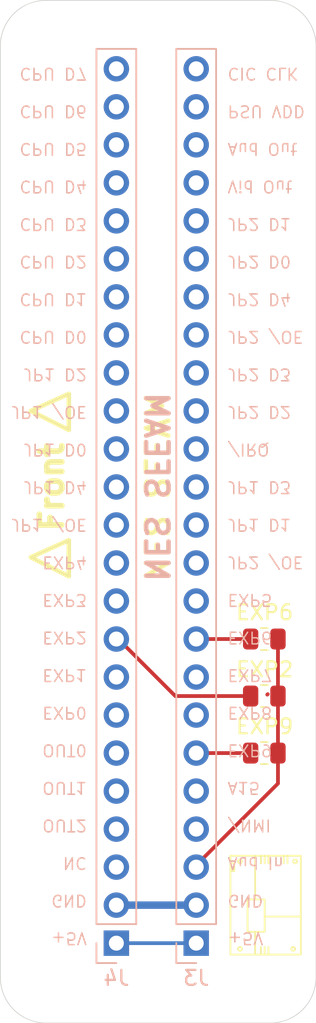
<source format=kicad_pcb>
(kicad_pcb (version 20171130) (host pcbnew "(5.1.10)-1")

  (general
    (thickness 1.6)
    (drawings 48)
    (tracks 11)
    (zones 0)
    (modules 5)
    (nets 7)
  )

  (page A4)
  (layers
    (0 F.Cu mixed)
    (31 B.Cu mixed)
    (32 B.Adhes user)
    (33 F.Adhes user)
    (34 B.Paste user)
    (35 F.Paste user)
    (36 B.SilkS user)
    (37 F.SilkS user)
    (38 B.Mask user)
    (39 F.Mask user)
    (40 Dwgs.User user)
    (41 Cmts.User user)
    (42 Eco1.User user)
    (43 Eco2.User user)
    (44 Edge.Cuts user)
    (45 Margin user)
    (46 B.CrtYd user)
    (47 F.CrtYd user)
    (48 B.Fab user)
    (49 F.Fab user)
  )

  (setup
    (last_trace_width 0.25)
    (trace_clearance 0.2)
    (zone_clearance 0.508)
    (zone_45_only no)
    (trace_min 0.25)
    (via_size 0.8)
    (via_drill 0.4)
    (via_min_size 0.45)
    (via_min_drill 0.2)
    (uvia_size 0.3)
    (uvia_drill 0.1)
    (uvias_allowed no)
    (uvia_min_size 0.2)
    (uvia_min_drill 0.1)
    (edge_width 0.05)
    (segment_width 0.2)
    (pcb_text_width 0.3)
    (pcb_text_size 1.5 1.5)
    (mod_edge_width 0.12)
    (mod_text_size 1 1)
    (mod_text_width 0.15)
    (pad_size 2 1.5)
    (pad_drill 0)
    (pad_to_mask_clearance 0)
    (aux_axis_origin 0 0)
    (visible_elements 7FFFEFFF)
    (pcbplotparams
      (layerselection 0x010fc_ffffffff)
      (usegerberextensions false)
      (usegerberattributes true)
      (usegerberadvancedattributes true)
      (creategerberjobfile true)
      (excludeedgelayer true)
      (linewidth 0.100000)
      (plotframeref false)
      (viasonmask false)
      (mode 1)
      (useauxorigin false)
      (hpglpennumber 1)
      (hpglpenspeed 20)
      (hpglpendiameter 15.000000)
      (psnegative false)
      (psa4output false)
      (plotreference true)
      (plotvalue true)
      (plotinvisibletext false)
      (padsonsilk false)
      (subtractmaskfromsilk false)
      (outputformat 1)
      (mirror false)
      (drillshape 0)
      (scaleselection 1)
      (outputdirectory "gerber/"))
  )

  (net 0 "")
  (net 1 GND)
  (net 2 "Net-(J3-Pad9)")
  (net 3 "Net-(J3-Pad6)")
  (net 4 "Net-(J4-Pad9)")
  (net 5 AudIn)
  (net 6 "Net-(J3-Pad1)")

  (net_class Default "This is the default net class."
    (clearance 0.2)
    (trace_width 0.25)
    (via_dia 0.8)
    (via_drill 0.4)
    (uvia_dia 0.3)
    (uvia_drill 0.1)
    (diff_pair_width 0.5)
    (diff_pair_gap 0.25)
    (add_net A1)
    (add_net A13)
    (add_net A14)
    (add_net Aud)
    (add_net AudIn)
    (add_net D0)
    (add_net D1)
    (add_net D2)
    (add_net D3)
    (add_net D4)
    (add_net D5)
    (add_net D6)
    (add_net D7)
    (add_net IRQ)
    (add_net Joy1_D0)
    (add_net Joy1_OE)
    (add_net Joy2_D0)
    (add_net Joy2_OE)
    (add_net NMI)
    (add_net "Net-(J3-Pad1)")
    (add_net "Net-(J3-Pad10)")
    (add_net "Net-(J3-Pad12)")
    (add_net "Net-(J3-Pad13)")
    (add_net "Net-(J3-Pad15)")
    (add_net "Net-(J3-Pad16)")
    (add_net "Net-(J3-Pad17)")
    (add_net "Net-(J3-Pad18)")
    (add_net "Net-(J3-Pad20)")
    (add_net "Net-(J3-Pad21)")
    (add_net "Net-(J3-Pad23)")
    (add_net "Net-(J3-Pad24)")
    (add_net "Net-(J3-Pad5)")
    (add_net "Net-(J3-Pad6)")
    (add_net "Net-(J3-Pad9)")
    (add_net "Net-(J4-Pad13)")
    (add_net "Net-(J4-Pad15)")
    (add_net "Net-(J4-Pad16)")
    (add_net "Net-(J4-Pad3)")
    (add_net "Net-(J4-Pad7)")
    (add_net "Net-(J4-Pad9)")
    (add_net OUT0)
    (add_net OUT1)
    (add_net OUT2)
    (add_net R-W)
    (add_net ROMSEL)
  )

  (net_class Power ""
    (clearance 0.2)
    (trace_width 0.5)
    (via_dia 0.8)
    (via_drill 0.4)
    (uvia_dia 0.3)
    (uvia_drill 0.1)
    (diff_pair_width 0.5)
    (diff_pair_gap 0.25)
    (add_net GND)
  )

  (module Resistor_SMD:R_0805_2012Metric (layer F.Cu) (tedit 5F68FEEE) (tstamp 60951ACA)
    (at 113.5145 92.456)
    (descr "Resistor SMD 0805 (2012 Metric), square (rectangular) end terminal, IPC_7351 nominal, (Body size source: IPC-SM-782 page 72, https://www.pcb-3d.com/wordpress/wp-content/uploads/ipc-sm-782a_amendment_1_and_2.pdf), generated with kicad-footprint-generator")
    (tags resistor)
    (path /6097469C)
    (attr smd)
    (fp_text reference R2 (at 0 -1.65) (layer F.Fab)
      (effects (font (size 1 1) (thickness 0.15)))
    )
    (fp_text value 47k (at 0 1.65) (layer F.Fab)
      (effects (font (size 1 1) (thickness 0.15)))
    )
    (fp_line (start -1 0.625) (end -1 -0.625) (layer F.Fab) (width 0.1))
    (fp_line (start -1 -0.625) (end 1 -0.625) (layer F.Fab) (width 0.1))
    (fp_line (start 1 -0.625) (end 1 0.625) (layer F.Fab) (width 0.1))
    (fp_line (start 1 0.625) (end -1 0.625) (layer F.Fab) (width 0.1))
    (fp_line (start -0.227064 -0.735) (end 0.227064 -0.735) (layer F.SilkS) (width 0.12))
    (fp_line (start -0.227064 0.735) (end 0.227064 0.735) (layer F.SilkS) (width 0.12))
    (fp_line (start -1.68 0.95) (end -1.68 -0.95) (layer F.CrtYd) (width 0.05))
    (fp_line (start -1.68 -0.95) (end 1.68 -0.95) (layer F.CrtYd) (width 0.05))
    (fp_line (start 1.68 -0.95) (end 1.68 0.95) (layer F.CrtYd) (width 0.05))
    (fp_line (start 1.68 0.95) (end -1.68 0.95) (layer F.CrtYd) (width 0.05))
    (fp_text user %R (at 0 0) (layer F.Fab)
      (effects (font (size 0.5 0.5) (thickness 0.08)))
    )
    (pad 2 smd roundrect (at 0.9125 0) (size 1.025 1.4) (layers F.Cu F.Paste F.Mask) (roundrect_rratio 0.2439004878048781)
      (net 5 AudIn))
    (pad 1 smd roundrect (at -0.9125 0) (size 1.025 1.4) (layers F.Cu F.Paste F.Mask) (roundrect_rratio 0.2439004878048781)
      (net 4 "Net-(J4-Pad9)"))
    (model ${KISYS3DMOD}/Resistor_SMD.3dshapes/R_0805_2012Metric.wrl
      (at (xyz 0 0 0))
      (scale (xyz 1 1 1))
      (rotate (xyz 0 0 0))
    )
  )

  (module Resistor_SMD:R_0805_2012Metric (layer F.Cu) (tedit 5F68FEEE) (tstamp 60A9598C)
    (at 113.5145 96.266)
    (descr "Resistor SMD 0805 (2012 Metric), square (rectangular) end terminal, IPC_7351 nominal, (Body size source: IPC-SM-782 page 72, https://www.pcb-3d.com/wordpress/wp-content/uploads/ipc-sm-782a_amendment_1_and_2.pdf), generated with kicad-footprint-generator")
    (tags resistor)
    (path /6097489A)
    (attr smd)
    (fp_text reference R3 (at 0 -1.65) (layer F.Fab)
      (effects (font (size 1 1) (thickness 0.15)))
    )
    (fp_text value 47k (at 0 1.65) (layer F.Fab)
      (effects (font (size 1 1) (thickness 0.15)))
    )
    (fp_line (start -1 0.625) (end -1 -0.625) (layer F.Fab) (width 0.1))
    (fp_line (start -1 -0.625) (end 1 -0.625) (layer F.Fab) (width 0.1))
    (fp_line (start 1 -0.625) (end 1 0.625) (layer F.Fab) (width 0.1))
    (fp_line (start 1 0.625) (end -1 0.625) (layer F.Fab) (width 0.1))
    (fp_line (start -0.227064 -0.735) (end 0.227064 -0.735) (layer F.SilkS) (width 0.12))
    (fp_line (start -0.227064 0.735) (end 0.227064 0.735) (layer F.SilkS) (width 0.12))
    (fp_line (start -1.68 0.95) (end -1.68 -0.95) (layer F.CrtYd) (width 0.05))
    (fp_line (start -1.68 -0.95) (end 1.68 -0.95) (layer F.CrtYd) (width 0.05))
    (fp_line (start 1.68 -0.95) (end 1.68 0.95) (layer F.CrtYd) (width 0.05))
    (fp_line (start 1.68 0.95) (end -1.68 0.95) (layer F.CrtYd) (width 0.05))
    (fp_text user %R (at 0 0) (layer F.Fab)
      (effects (font (size 0.5 0.5) (thickness 0.08)))
    )
    (pad 2 smd roundrect (at 0.9125 0) (size 1.025 1.4) (layers F.Cu F.Paste F.Mask) (roundrect_rratio 0.2439004878048781)
      (net 5 AudIn))
    (pad 1 smd roundrect (at -0.9125 0) (size 1.025 1.4) (layers F.Cu F.Paste F.Mask) (roundrect_rratio 0.2439004878048781)
      (net 3 "Net-(J3-Pad6)"))
    (model ${KISYS3DMOD}/Resistor_SMD.3dshapes/R_0805_2012Metric.wrl
      (at (xyz 0 0 0))
      (scale (xyz 1 1 1))
      (rotate (xyz 0 0 0))
    )
  )

  (module Resistor_SMD:R_0805_2012Metric (layer F.Cu) (tedit 5F68FEEE) (tstamp 60244C4F)
    (at 113.5145 88.646)
    (descr "Resistor SMD 0805 (2012 Metric), square (rectangular) end terminal, IPC_7351 nominal, (Body size source: IPC-SM-782 page 72, https://www.pcb-3d.com/wordpress/wp-content/uploads/ipc-sm-782a_amendment_1_and_2.pdf), generated with kicad-footprint-generator")
    (tags resistor)
    (path /6028FC4B)
    (attr smd)
    (fp_text reference R1 (at -0.0235 -1.65) (layer F.Fab)
      (effects (font (size 1 1) (thickness 0.15)))
    )
    (fp_text value 47k (at 0 1.65) (layer F.Fab)
      (effects (font (size 1 1) (thickness 0.15)))
    )
    (fp_line (start -1 0.625) (end -1 -0.625) (layer F.Fab) (width 0.1))
    (fp_line (start -1 -0.625) (end 1 -0.625) (layer F.Fab) (width 0.1))
    (fp_line (start 1 -0.625) (end 1 0.625) (layer F.Fab) (width 0.1))
    (fp_line (start 1 0.625) (end -1 0.625) (layer F.Fab) (width 0.1))
    (fp_line (start -0.227064 -0.735) (end 0.227064 -0.735) (layer F.SilkS) (width 0.12))
    (fp_line (start -0.227064 0.735) (end 0.227064 0.735) (layer F.SilkS) (width 0.12))
    (fp_line (start -1.68 0.95) (end -1.68 -0.95) (layer F.CrtYd) (width 0.05))
    (fp_line (start -1.68 -0.95) (end 1.68 -0.95) (layer F.CrtYd) (width 0.05))
    (fp_line (start 1.68 -0.95) (end 1.68 0.95) (layer F.CrtYd) (width 0.05))
    (fp_line (start 1.68 0.95) (end -1.68 0.95) (layer F.CrtYd) (width 0.05))
    (fp_text user %R (at 0 0) (layer F.Fab)
      (effects (font (size 0.5 0.5) (thickness 0.08)))
    )
    (pad 2 smd roundrect (at 0.9125 0) (size 1.025 1.4) (layers F.Cu F.Paste F.Mask) (roundrect_rratio 0.2439004878048781)
      (net 5 AudIn))
    (pad 1 smd roundrect (at -0.9125 0) (size 1.025 1.4) (layers F.Cu F.Paste F.Mask) (roundrect_rratio 0.2439004878048781)
      (net 2 "Net-(J3-Pad9)"))
    (model ${KISYS3DMOD}/Resistor_SMD.3dshapes/R_0805_2012Metric.wrl
      (at (xyz 0 0 0))
      (scale (xyz 1 1 1))
      (rotate (xyz 0 0 0))
    )
  )

  (module Connector_PinHeader_2.54mm:PinHeader_1x24_P2.54mm_Vertical (layer B.Cu) (tedit 59FED5CC) (tstamp 60B62003)
    (at 108.966 108.966)
    (descr "Through hole straight pin header, 1x24, 2.54mm pitch, single row")
    (tags "Through hole pin header THT 1x24 2.54mm single row")
    (path /5F50CD86)
    (fp_text reference J3 (at 0 2.33) (layer B.SilkS)
      (effects (font (size 1 1) (thickness 0.15)) (justify mirror))
    )
    (fp_text value "EXP 1-24" (at 0 -60.75) (layer B.Fab)
      (effects (font (size 1 1) (thickness 0.15)) (justify mirror))
    )
    (fp_line (start 1.8 1.8) (end -1.8 1.8) (layer B.CrtYd) (width 0.05))
    (fp_line (start 1.8 -60.2) (end 1.8 1.8) (layer B.CrtYd) (width 0.05))
    (fp_line (start -1.8 -60.2) (end 1.8 -60.2) (layer B.CrtYd) (width 0.05))
    (fp_line (start -1.8 1.8) (end -1.8 -60.2) (layer B.CrtYd) (width 0.05))
    (fp_line (start -1.33 1.33) (end 0 1.33) (layer B.SilkS) (width 0.12))
    (fp_line (start -1.33 0) (end -1.33 1.33) (layer B.SilkS) (width 0.12))
    (fp_line (start -1.33 -1.27) (end 1.33 -1.27) (layer B.SilkS) (width 0.12))
    (fp_line (start 1.33 -1.27) (end 1.33 -59.75) (layer B.SilkS) (width 0.12))
    (fp_line (start -1.33 -1.27) (end -1.33 -59.75) (layer B.SilkS) (width 0.12))
    (fp_line (start -1.33 -59.75) (end 1.33 -59.75) (layer B.SilkS) (width 0.12))
    (fp_line (start -1.27 0.635) (end -0.635 1.27) (layer B.Fab) (width 0.1))
    (fp_line (start -1.27 -59.69) (end -1.27 0.635) (layer B.Fab) (width 0.1))
    (fp_line (start 1.27 -59.69) (end -1.27 -59.69) (layer B.Fab) (width 0.1))
    (fp_line (start 1.27 1.27) (end 1.27 -59.69) (layer B.Fab) (width 0.1))
    (fp_line (start -0.635 1.27) (end 1.27 1.27) (layer B.Fab) (width 0.1))
    (fp_text user %R (at 0 -29.21 270) (layer B.Fab)
      (effects (font (size 1 1) (thickness 0.15)) (justify mirror))
    )
    (pad 24 thru_hole oval (at 0 -58.42) (size 1.7 1.7) (drill 1) (layers *.Cu *.Mask))
    (pad 23 thru_hole oval (at 0 -55.88) (size 1.7 1.7) (drill 1) (layers *.Cu *.Mask))
    (pad 22 thru_hole oval (at 0 -53.34) (size 1.7 1.7) (drill 1) (layers *.Cu *.Mask))
    (pad 21 thru_hole oval (at 0 -50.8) (size 1.7 1.7) (drill 1) (layers *.Cu *.Mask))
    (pad 20 thru_hole oval (at 0 -48.26) (size 1.7 1.7) (drill 1) (layers *.Cu *.Mask))
    (pad 19 thru_hole oval (at 0 -45.72) (size 1.7 1.7) (drill 1) (layers *.Cu *.Mask))
    (pad 18 thru_hole oval (at 0 -43.18) (size 1.7 1.7) (drill 1) (layers *.Cu *.Mask))
    (pad 17 thru_hole oval (at 0 -40.64) (size 1.7 1.7) (drill 1) (layers *.Cu *.Mask))
    (pad 16 thru_hole oval (at 0 -38.1) (size 1.7 1.7) (drill 1) (layers *.Cu *.Mask))
    (pad 15 thru_hole oval (at 0 -35.56) (size 1.7 1.7) (drill 1) (layers *.Cu *.Mask))
    (pad 14 thru_hole oval (at 0 -33.02) (size 1.7 1.7) (drill 1) (layers *.Cu *.Mask))
    (pad 13 thru_hole oval (at 0 -30.48) (size 1.7 1.7) (drill 1) (layers *.Cu *.Mask))
    (pad 12 thru_hole oval (at 0 -27.94) (size 1.7 1.7) (drill 1) (layers *.Cu *.Mask))
    (pad 11 thru_hole oval (at 0 -25.4) (size 1.7 1.7) (drill 1) (layers *.Cu *.Mask))
    (pad 10 thru_hole oval (at 0 -22.86) (size 1.7 1.7) (drill 1) (layers *.Cu *.Mask))
    (pad 9 thru_hole oval (at 0 -20.32) (size 1.7 1.7) (drill 1) (layers *.Cu *.Mask)
      (net 2 "Net-(J3-Pad9)"))
    (pad 8 thru_hole oval (at 0 -17.78) (size 1.7 1.7) (drill 1) (layers *.Cu *.Mask))
    (pad 7 thru_hole oval (at 0 -15.24) (size 1.7 1.7) (drill 1) (layers *.Cu *.Mask))
    (pad 6 thru_hole oval (at 0 -12.7) (size 1.7 1.7) (drill 1) (layers *.Cu *.Mask)
      (net 3 "Net-(J3-Pad6)"))
    (pad 5 thru_hole oval (at 0 -10.16) (size 1.7 1.7) (drill 1) (layers *.Cu *.Mask))
    (pad 4 thru_hole oval (at 0 -7.62) (size 1.7 1.7) (drill 1) (layers *.Cu *.Mask))
    (pad 3 thru_hole oval (at 0 -5.08) (size 1.7 1.7) (drill 1) (layers *.Cu *.Mask)
      (net 5 AudIn))
    (pad 2 thru_hole oval (at 0 -2.54) (size 1.7 1.7) (drill 1) (layers *.Cu *.Mask)
      (net 1 GND))
    (pad 1 thru_hole rect (at 0 0) (size 1.7 1.7) (drill 1) (layers *.Cu *.Mask)
      (net 6 "Net-(J3-Pad1)"))
    (model ${KISYS3DMOD}/Connector_PinHeader_2.54mm.3dshapes/PinHeader_1x24_P2.54mm_Vertical.wrl
      (at (xyz 0 0 0))
      (scale (xyz 1 1 1))
      (rotate (xyz 0 0 0))
    )
  )

  (module Connector_PinHeader_2.54mm:PinHeader_1x24_P2.54mm_Vertical (layer B.Cu) (tedit 59FED5CC) (tstamp 6094D740)
    (at 103.632 108.966)
    (descr "Through hole straight pin header, 1x24, 2.54mm pitch, single row")
    (tags "Through hole pin header THT 1x24 2.54mm single row")
    (path /5F2B3A3B)
    (fp_text reference J4 (at 0 2.33) (layer B.SilkS)
      (effects (font (size 1 1) (thickness 0.15)) (justify mirror))
    )
    (fp_text value "EXP 25-48" (at 0 -60.75) (layer B.Fab)
      (effects (font (size 1 1) (thickness 0.15)) (justify mirror))
    )
    (fp_line (start 1.8 1.8) (end -1.8 1.8) (layer B.CrtYd) (width 0.05))
    (fp_line (start 1.8 -60.2) (end 1.8 1.8) (layer B.CrtYd) (width 0.05))
    (fp_line (start -1.8 -60.2) (end 1.8 -60.2) (layer B.CrtYd) (width 0.05))
    (fp_line (start -1.8 1.8) (end -1.8 -60.2) (layer B.CrtYd) (width 0.05))
    (fp_line (start -1.33 1.33) (end 0 1.33) (layer B.SilkS) (width 0.12))
    (fp_line (start -1.33 0) (end -1.33 1.33) (layer B.SilkS) (width 0.12))
    (fp_line (start -1.33 -1.27) (end 1.33 -1.27) (layer B.SilkS) (width 0.12))
    (fp_line (start 1.33 -1.27) (end 1.33 -59.75) (layer B.SilkS) (width 0.12))
    (fp_line (start -1.33 -1.27) (end -1.33 -59.75) (layer B.SilkS) (width 0.12))
    (fp_line (start -1.33 -59.75) (end 1.33 -59.75) (layer B.SilkS) (width 0.12))
    (fp_line (start -1.27 0.635) (end -0.635 1.27) (layer B.Fab) (width 0.1))
    (fp_line (start -1.27 -59.69) (end -1.27 0.635) (layer B.Fab) (width 0.1))
    (fp_line (start 1.27 -59.69) (end -1.27 -59.69) (layer B.Fab) (width 0.1))
    (fp_line (start 1.27 1.27) (end 1.27 -59.69) (layer B.Fab) (width 0.1))
    (fp_line (start -0.635 1.27) (end 1.27 1.27) (layer B.Fab) (width 0.1))
    (fp_text user %R (at 0 -29.21 270) (layer B.Fab)
      (effects (font (size 1 1) (thickness 0.15)) (justify mirror))
    )
    (pad 24 thru_hole oval (at 0 -58.42) (size 1.7 1.7) (drill 1) (layers *.Cu *.Mask))
    (pad 23 thru_hole oval (at 0 -55.88) (size 1.7 1.7) (drill 1) (layers *.Cu *.Mask))
    (pad 22 thru_hole oval (at 0 -53.34) (size 1.7 1.7) (drill 1) (layers *.Cu *.Mask))
    (pad 21 thru_hole oval (at 0 -50.8) (size 1.7 1.7) (drill 1) (layers *.Cu *.Mask))
    (pad 20 thru_hole oval (at 0 -48.26) (size 1.7 1.7) (drill 1) (layers *.Cu *.Mask))
    (pad 19 thru_hole oval (at 0 -45.72) (size 1.7 1.7) (drill 1) (layers *.Cu *.Mask))
    (pad 18 thru_hole oval (at 0 -43.18) (size 1.7 1.7) (drill 1) (layers *.Cu *.Mask))
    (pad 17 thru_hole oval (at 0 -40.64) (size 1.7 1.7) (drill 1) (layers *.Cu *.Mask))
    (pad 16 thru_hole oval (at 0 -38.1) (size 1.7 1.7) (drill 1) (layers *.Cu *.Mask))
    (pad 15 thru_hole oval (at 0 -35.56) (size 1.7 1.7) (drill 1) (layers *.Cu *.Mask))
    (pad 14 thru_hole oval (at 0 -33.02) (size 1.7 1.7) (drill 1) (layers *.Cu *.Mask))
    (pad 13 thru_hole oval (at 0 -30.48) (size 1.7 1.7) (drill 1) (layers *.Cu *.Mask))
    (pad 12 thru_hole oval (at 0 -27.94) (size 1.7 1.7) (drill 1) (layers *.Cu *.Mask))
    (pad 11 thru_hole oval (at 0 -25.4) (size 1.7 1.7) (drill 1) (layers *.Cu *.Mask))
    (pad 10 thru_hole oval (at 0 -22.86) (size 1.7 1.7) (drill 1) (layers *.Cu *.Mask))
    (pad 9 thru_hole oval (at 0 -20.32) (size 1.7 1.7) (drill 1) (layers *.Cu *.Mask)
      (net 4 "Net-(J4-Pad9)"))
    (pad 8 thru_hole oval (at 0 -17.78) (size 1.7 1.7) (drill 1) (layers *.Cu *.Mask))
    (pad 7 thru_hole oval (at 0 -15.24) (size 1.7 1.7) (drill 1) (layers *.Cu *.Mask))
    (pad 6 thru_hole oval (at 0 -12.7) (size 1.7 1.7) (drill 1) (layers *.Cu *.Mask))
    (pad 5 thru_hole oval (at 0 -10.16) (size 1.7 1.7) (drill 1) (layers *.Cu *.Mask))
    (pad 4 thru_hole oval (at 0 -7.62) (size 1.7 1.7) (drill 1) (layers *.Cu *.Mask))
    (pad 3 thru_hole oval (at 0 -5.08) (size 1.7 1.7) (drill 1) (layers *.Cu *.Mask))
    (pad 2 thru_hole oval (at 0 -2.54) (size 1.7 1.7) (drill 1) (layers *.Cu *.Mask)
      (net 1 GND))
    (pad 1 thru_hole rect (at 0 0) (size 1.7 1.7) (drill 1) (layers *.Cu *.Mask)
      (net 6 "Net-(J3-Pad1)"))
    (model ${KISYS3DMOD}/Connector_PinHeader_2.54mm.3dshapes/PinHeader_1x24_P2.54mm_Vertical.wrl
      (at (xyz 0 0 0))
      (scale (xyz 1 1 1))
      (rotate (xyz 0 0 0))
    )
  )

  (gr_circle (center 111.887 103.505) (end 111.76 103.505) (layer F.SilkS) (width 0.12))
  (gr_circle (center 115.57 103.505) (end 115.443 103.505) (layer F.SilkS) (width 0.12))
  (gr_circle (center 115.443 109.347) (end 115.443 109.474) (layer F.SilkS) (width 0.12))
  (gr_circle (center 111.887 109.347) (end 112.014 109.347) (layer F.SilkS) (width 0.12))
  (gr_line (start 111.506 104.14) (end 111.252 104.14) (layer F.SilkS) (width 0.12))
  (gr_line (start 111.506 103.632) (end 111.252 103.632) (layer F.SilkS) (width 0.12))
  (gr_line (start 111.506 103.632) (end 111.506 104.14) (layer F.SilkS) (width 0.12))
  (gr_line (start 115.062 103.124) (end 115.062 103.632) (layer F.SilkS) (width 0.12))
  (gr_line (start 114.808 103.124) (end 114.808 103.632) (layer F.SilkS) (width 0.12))
  (gr_line (start 113.792 103.124) (end 113.792 103.632) (layer F.SilkS) (width 0.12))
  (gr_line (start 113.538 103.124) (end 113.538 103.632) (layer F.SilkS) (width 0.12))
  (gr_line (start 113.284 103.124) (end 113.284 103.632) (layer F.SilkS) (width 0.12))
  (gr_line (start 113.792 109.22) (end 113.792 109.728) (layer F.SilkS) (width 0.12))
  (gr_line (start 113.538 109.22) (end 113.538 109.728) (layer F.SilkS) (width 0.12))
  (gr_line (start 113.284 109.22) (end 113.284 109.728) (layer F.SilkS) (width 0.12))
  (gr_line (start 112.903 106.045) (end 112.903 103.124) (layer F.SilkS) (width 0.12))
  (gr_line (start 113.538 107.188) (end 115.951 107.188) (layer F.SilkS) (width 0.12))
  (gr_line (start 112.903 108.204) (end 112.903 109.728) (layer F.SilkS) (width 0.12))
  (gr_line (start 112.395 106.045) (end 113.538 106.045) (layer F.SilkS) (width 0.12) (tstamp 60B62137))
  (gr_line (start 113.538 108.204) (end 113.538 106.045) (layer F.SilkS) (width 0.12))
  (gr_line (start 112.395 108.204) (end 113.538 108.204) (layer F.SilkS) (width 0.12))
  (gr_line (start 112.395 106.045) (end 112.395 108.204) (layer F.SilkS) (width 0.12))
  (gr_line (start 115.951 103.124) (end 111.252 103.124) (layer F.SilkS) (width 0.12) (tstamp 60B62136))
  (gr_line (start 115.951 109.728) (end 115.951 103.124) (layer F.SilkS) (width 0.12))
  (gr_line (start 111.252 109.728) (end 115.951 109.728) (layer F.SilkS) (width 0.12))
  (gr_line (start 111.252 103.124) (end 111.252 109.728) (layer F.SilkS) (width 0.12))
  (gr_line (start 100.457 72.263) (end 100.457 74.676) (layer F.SilkS) (width 0.3) (tstamp 60B620C8))
  (gr_line (start 97.917 73.406) (end 100.457 72.263) (layer F.SilkS) (width 0.3) (tstamp 60B620C7))
  (gr_line (start 100.457 74.676) (end 97.917 73.406) (layer F.SilkS) (width 0.3) (tstamp 60B620C6))
  (gr_line (start 97.917 83.185) (end 100.457 82.042) (layer F.SilkS) (width 0.3) (tstamp 60B620B3))
  (gr_line (start 100.457 84.455) (end 97.917 83.185) (layer F.SilkS) (width 0.3))
  (gr_line (start 100.457 82.042) (end 100.457 84.455) (layer F.SilkS) (width 0.3))
  (gr_arc (start 98.933 49.022) (end 98.933 45.974) (angle -90) (layer Edge.Cuts) (width 0.05))
  (gr_arc (start 113.919 49.022) (end 116.967 49.022) (angle -90) (layer Edge.Cuts) (width 0.05))
  (gr_arc (start 98.933 111.252) (end 95.885 111.252) (angle -90) (layer Edge.Cuts) (width 0.05))
  (gr_arc (start 113.919 111.252) (end 113.919 114.3) (angle -90) (layer Edge.Cuts) (width 0.05))
  (gr_text "+5V\n\nGND\n\nAud In\n\n/NMI\n\nA15\n\nEXP9\n\nEXP8\n\nEXP7\n\nEXP6 \n\nEXP5\n\nJP2 /OE\n\nJP1 D1\n\nJP1 D3\n\n/IRQ\n\nJP2 D2\n\nJP2 D3\n\nJP2 /OE\n\nJP2 D4\n\nJP2 D0\n\nJP2 D1\n\nVid Out\n\nAud Out\n\nPSU VDD\n\nCIC CLK" (at 110.998 79.756 180) (layer B.SilkS)
    (effects (font (size 0.78 0.78) (thickness 0.1)) (justify left mirror))
  )
  (gr_text Front (at 99.314 78.486 90) (layer F.SilkS)
    (effects (font (size 1.5 1.5) (thickness 0.375)))
  )
  (gr_text EXP2 (at 113.538 90.678) (layer F.SilkS)
    (effects (font (size 1 1) (thickness 0.15)))
  )
  (gr_text EXP9 (at 113.538 94.488) (layer F.SilkS)
    (effects (font (size 1 1) (thickness 0.15)))
  )
  (gr_text EXP6 (at 113.538 86.868) (layer F.SilkS)
    (effects (font (size 1 1) (thickness 0.15)))
  )
  (gr_text "+5V\n\nGND\n\nNC\n\nOUT2\n\nOUT1\n\nOUT0\n\nEXP0\n\nEXP1\n\nEXP2\n\nEXP3\n\nEXP4\n\nJP1 /OE\n\nJP1 D4\n\nJP1 D0\n\nJP1 /OE\n\nJP1 D2\n\nCPU D0\n\nCPU D1\n\nCPU D2\n\nCPU D3\n\nCPU D4\n\nCPU D5\n\nCPU D6\n\nCPU D7\n" (at 101.727 79.756 180) (layer B.SilkS)
    (effects (font (size 0.78 0.78) (thickness 0.1)) (justify right mirror))
  )
  (gr_text "NES SFEAM" (at 106.426 78.486 90) (layer F.SilkS) (tstamp 60A83E1E)
    (effects (font (size 1.5 1.5) (thickness 0.3)))
  )
  (gr_line (start 116.967 111.252) (end 116.967 49.022) (layer Edge.Cuts) (width 0.05) (tstamp 60256561))
  (gr_line (start 113.919 45.974) (end 98.933 45.974) (layer Edge.Cuts) (width 0.05) (tstamp 5F2CD481))
  (gr_line (start 98.933 114.3) (end 113.919 114.3) (layer Edge.Cuts) (width 0.05) (tstamp 604369BC))
  (gr_line (start 95.885 49.022) (end 95.885 111.252) (layer Edge.Cuts) (width 0.05) (tstamp 604369B9))
  (gr_text "NES SFEAM" (at 106.299 78.486 270) (layer B.SilkS)
    (effects (font (size 1.5 1.5) (thickness 0.3)) (justify mirror))
  )

  (segment (start 108.839 106.426) (end 103.759 106.426) (width 0.5) (layer B.Cu) (net 1))
  (segment (start 112.602 88.646) (end 108.839 88.646) (width 0.25) (layer F.Cu) (net 2))
  (segment (start 112.602 96.266) (end 108.839 96.266) (width 0.25) (layer F.Cu) (net 3))
  (segment (start 113.745 92.329) (end 113.712999 92.361001) (width 0.25) (layer F.Cu) (net 4))
  (segment (start 107.569 92.456) (end 103.759 88.646) (width 0.25) (layer F.Cu) (net 4))
  (segment (start 112.602 92.456) (end 107.569 92.456) (width 0.25) (layer F.Cu) (net 4))
  (segment (start 114.427 96.266) (end 114.427 92.329) (width 0.25) (layer F.Cu) (net 5))
  (segment (start 114.427 88.646) (end 114.427 92.329) (width 0.25) (layer F.Cu) (net 5))
  (segment (start 114.427 98.298) (end 108.839 103.886) (width 0.25) (layer F.Cu) (net 5))
  (segment (start 114.427 96.266) (end 114.427 98.298) (width 0.25) (layer F.Cu) (net 5))
  (segment (start 108.839 108.966) (end 103.759 108.966) (width 0.25) (layer B.Cu) (net 6))

)

</source>
